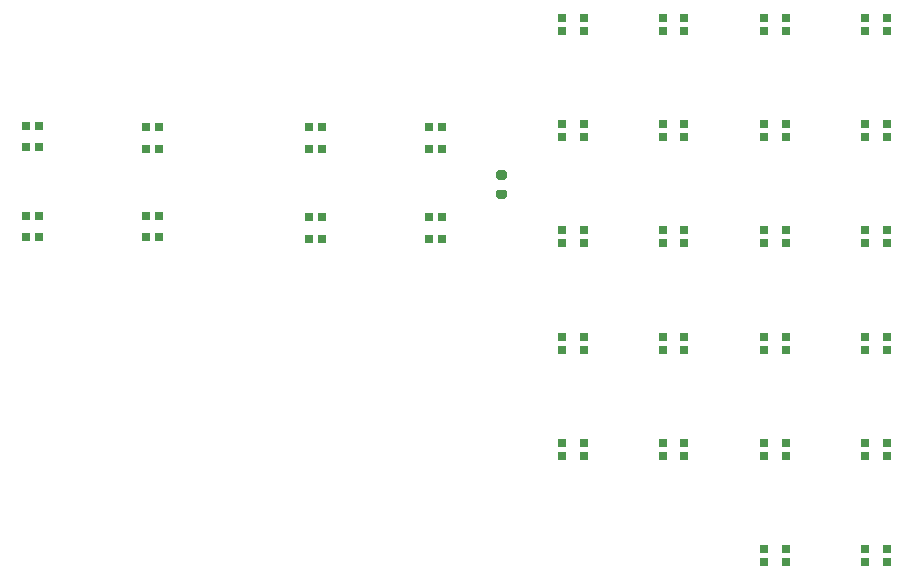
<source format=gbr>
%TF.GenerationSoftware,KiCad,Pcbnew,(5.1.12-1-10_14)*%
%TF.CreationDate,2021-11-28T14:02:16+11:00*%
%TF.ProjectId,ewi_v3,6577695f-7633-42e6-9b69-6361645f7063,rev?*%
%TF.SameCoordinates,Original*%
%TF.FileFunction,Paste,Top*%
%TF.FilePolarity,Positive*%
%FSLAX46Y46*%
G04 Gerber Fmt 4.6, Leading zero omitted, Abs format (unit mm)*
G04 Created by KiCad (PCBNEW (5.1.12-1-10_14)) date 2021-11-28 14:02:16*
%MOMM*%
%LPD*%
G01*
G04 APERTURE LIST*
%ADD10R,0.700000X0.700000*%
G04 APERTURE END LIST*
D10*
%TO.C,D31*%
X187274799Y-117718750D03*
X187274799Y-118818750D03*
X185444799Y-118818750D03*
X185444799Y-117718750D03*
%TD*%
%TO.C,D30*%
X195809199Y-117718750D03*
X195809199Y-118818750D03*
X193979199Y-118818750D03*
X193979199Y-117718750D03*
%TD*%
%TO.C,D29*%
X193979199Y-109827150D03*
X193979199Y-108727150D03*
X195809199Y-108727150D03*
X195809199Y-109827150D03*
%TD*%
%TO.C,D28*%
X185444799Y-109827150D03*
X185444799Y-108727150D03*
X187274799Y-108727150D03*
X187274799Y-109827150D03*
%TD*%
%TO.C,D27*%
X176834199Y-109827150D03*
X176834199Y-108727150D03*
X178664199Y-108727150D03*
X178664199Y-109827150D03*
%TD*%
%TO.C,D26*%
X168299799Y-109827150D03*
X168299799Y-108727150D03*
X170129799Y-108727150D03*
X170129799Y-109827150D03*
%TD*%
%TO.C,D25*%
X170129799Y-99735550D03*
X170129799Y-100835550D03*
X168299799Y-100835550D03*
X168299799Y-99735550D03*
%TD*%
%TO.C,D24*%
X178664199Y-99735550D03*
X178664199Y-100835550D03*
X176834199Y-100835550D03*
X176834199Y-99735550D03*
%TD*%
%TO.C,D23*%
X187274799Y-99735550D03*
X187274799Y-100835550D03*
X185444799Y-100835550D03*
X185444799Y-99735550D03*
%TD*%
%TO.C,D22*%
X195809199Y-99735550D03*
X195809199Y-100835550D03*
X193979199Y-100835550D03*
X193979199Y-99735550D03*
%TD*%
%TO.C,D21*%
X193979199Y-91843950D03*
X193979199Y-90743950D03*
X195809199Y-90743950D03*
X195809199Y-91843950D03*
%TD*%
%TO.C,D20*%
X185444799Y-91843950D03*
X185444799Y-90743950D03*
X187274799Y-90743950D03*
X187274799Y-91843950D03*
%TD*%
%TO.C,D19*%
X176834199Y-91843950D03*
X176834199Y-90743950D03*
X178664199Y-90743950D03*
X178664199Y-91843950D03*
%TD*%
%TO.C,D18*%
X168299799Y-91843950D03*
X168299799Y-90743950D03*
X170129799Y-90743950D03*
X170129799Y-91843950D03*
%TD*%
%TO.C,D17*%
X170129799Y-81752351D03*
X170129799Y-82852351D03*
X168299799Y-82852351D03*
X168299799Y-81752351D03*
%TD*%
%TO.C,D16*%
X178664199Y-81752351D03*
X178664199Y-82852351D03*
X176834199Y-82852351D03*
X176834199Y-81752351D03*
%TD*%
%TO.C,D15*%
X187274799Y-81752351D03*
X187274799Y-82852351D03*
X185444799Y-82852351D03*
X185444799Y-81752351D03*
%TD*%
%TO.C,D14*%
X195809199Y-81752351D03*
X195809199Y-82852351D03*
X193979199Y-82852351D03*
X193979199Y-81752351D03*
%TD*%
%TO.C,D13*%
X193979199Y-73860751D03*
X193979199Y-72760751D03*
X195809199Y-72760751D03*
X195809199Y-73860751D03*
%TD*%
%TO.C,D12*%
X185444799Y-73860751D03*
X185444799Y-72760751D03*
X187274799Y-72760751D03*
X187274799Y-73860751D03*
%TD*%
%TO.C,D11*%
X176834199Y-73860750D03*
X176834199Y-72760750D03*
X178664199Y-72760750D03*
X178664199Y-73860750D03*
%TD*%
%TO.C,D10*%
X168299799Y-73860750D03*
X168299799Y-72760750D03*
X170129799Y-72760750D03*
X170129799Y-73860750D03*
%TD*%
%TO.C,D9*%
X158133249Y-83843149D03*
X157033249Y-83843149D03*
X157033249Y-82013149D03*
X158133249Y-82013149D03*
%TD*%
%TO.C,D8*%
X158133249Y-91463149D03*
X157033249Y-91463149D03*
X157033249Y-89633149D03*
X158133249Y-89633149D03*
%TD*%
%TO.C,D7*%
X146873249Y-89633149D03*
X147973249Y-89633149D03*
X147973249Y-91463149D03*
X146873249Y-91463149D03*
%TD*%
%TO.C,D6*%
X146873249Y-82013149D03*
X147973249Y-82013149D03*
X147973249Y-83843149D03*
X146873249Y-83843149D03*
%TD*%
%TO.C,D5*%
X134173249Y-83843149D03*
X133073249Y-83843149D03*
X133073249Y-82013149D03*
X134173249Y-82013149D03*
%TD*%
%TO.C,D4*%
X134173249Y-91333093D03*
X133073249Y-91333093D03*
X133073249Y-89503093D03*
X134173249Y-89503093D03*
%TD*%
%TO.C,D3*%
X122913249Y-89503093D03*
X124013249Y-89503093D03*
X124013249Y-91333093D03*
X122913249Y-91333093D03*
%TD*%
%TO.C,D2*%
X122913249Y-81883093D03*
X124013249Y-81883093D03*
X124013249Y-83713093D03*
X122913249Y-83713093D03*
%TD*%
%TO.C,R1*%
G36*
G01*
X162919999Y-87283097D02*
X163469999Y-87283097D01*
G75*
G02*
X163669999Y-87483097I0J-200000D01*
G01*
X163669999Y-87883097D01*
G75*
G02*
X163469999Y-88083097I-200000J0D01*
G01*
X162919999Y-88083097D01*
G75*
G02*
X162719999Y-87883097I0J200000D01*
G01*
X162719999Y-87483097D01*
G75*
G02*
X162919999Y-87283097I200000J0D01*
G01*
G37*
G36*
G01*
X162919999Y-85633097D02*
X163469999Y-85633097D01*
G75*
G02*
X163669999Y-85833097I0J-200000D01*
G01*
X163669999Y-86233097D01*
G75*
G02*
X163469999Y-86433097I-200000J0D01*
G01*
X162919999Y-86433097D01*
G75*
G02*
X162719999Y-86233097I0J200000D01*
G01*
X162719999Y-85833097D01*
G75*
G02*
X162919999Y-85633097I200000J0D01*
G01*
G37*
%TD*%
M02*

</source>
